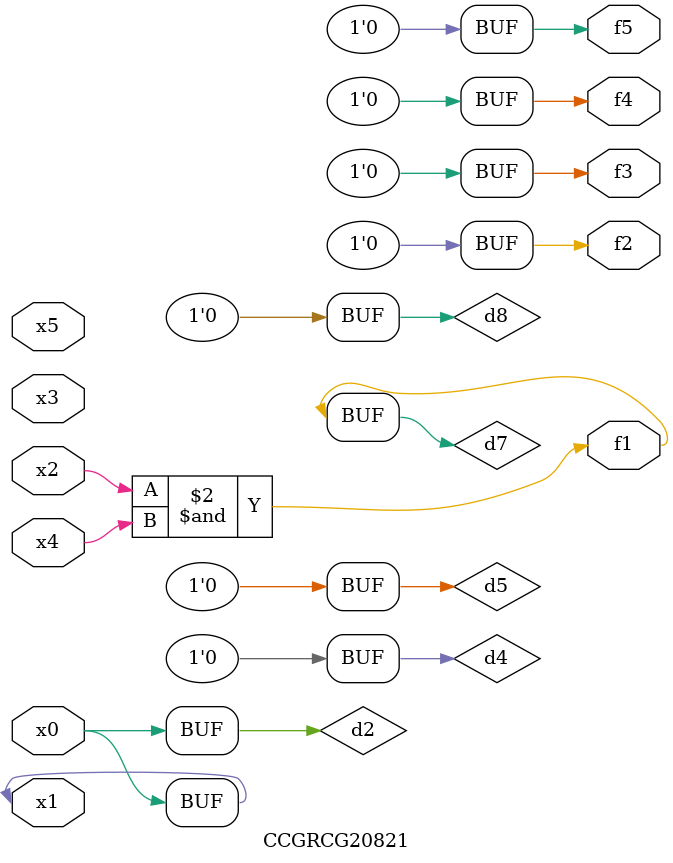
<source format=v>
module CCGRCG20821(
	input x0, x1, x2, x3, x4, x5,
	output f1, f2, f3, f4, f5
);

	wire d1, d2, d3, d4, d5, d6, d7, d8, d9;

	nand (d1, x1);
	buf (d2, x0, x1);
	nand (d3, x2, x4);
	and (d4, d1, d2);
	and (d5, d1, d2);
	nand (d6, d1, d3);
	not (d7, d3);
	xor (d8, d5);
	nor (d9, d5, d6);
	assign f1 = d7;
	assign f2 = d8;
	assign f3 = d8;
	assign f4 = d8;
	assign f5 = d8;
endmodule

</source>
